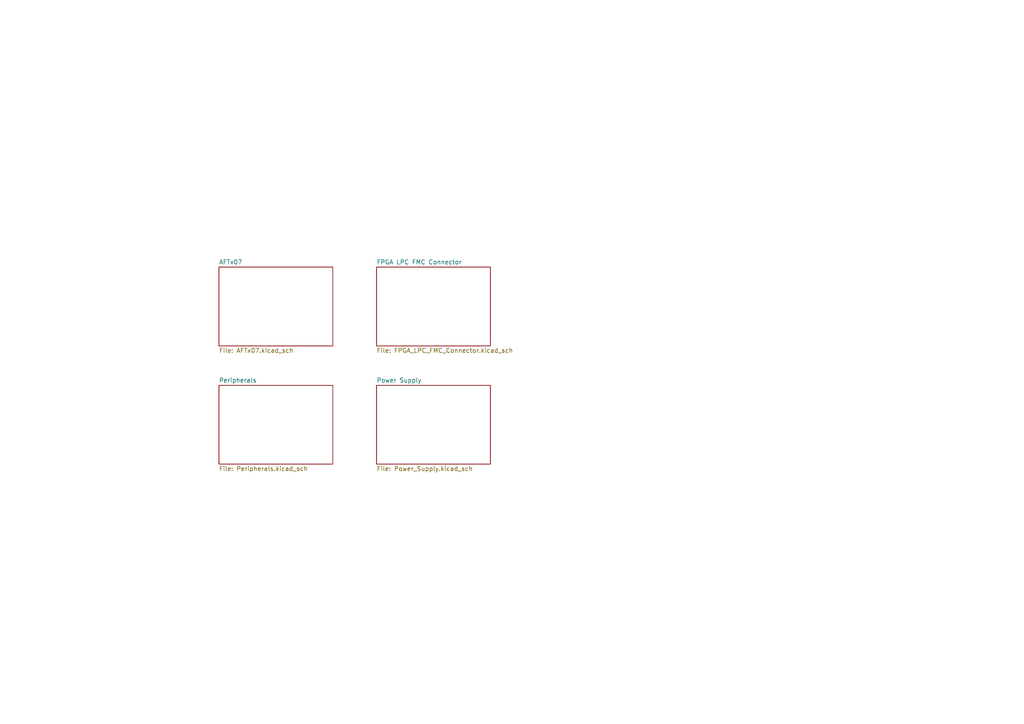
<source format=kicad_sch>
(kicad_sch
	(version 20231120)
	(generator "eeschema")
	(generator_version "8.0")
	(uuid "53f9781a-0055-468c-aab3-eda13e0cd737")
	(paper "A4")
	(lib_symbols)
	(sheet
		(at 109.22 77.47)
		(size 33.02 22.86)
		(fields_autoplaced yes)
		(stroke
			(width 0.1524)
			(type solid)
		)
		(fill
			(color 0 0 0 0.0000)
		)
		(uuid "7e50be4c-2259-4785-9cce-095391e4e8b5")
		(property "Sheetname" "FPGA LPC FMC Connector"
			(at 109.22 76.7584 0)
			(effects
				(font
					(size 1.27 1.27)
				)
				(justify left bottom)
			)
		)
		(property "Sheetfile" "FPGA_LPC_FMC_Connector.kicad_sch"
			(at 109.22 100.9146 0)
			(effects
				(font
					(size 1.27 1.27)
				)
				(justify left top)
			)
		)
		(instances
			(project "External SRAM Project"
				(path "/98aa7393-91e4-45c0-97a7-dfc1105523b1/351dc0ff-0a19-4393-b634-c5528029a584"
					(page "4")
				)
			)
		)
	)
	(sheet
		(at 63.5 111.76)
		(size 33.02 22.86)
		(fields_autoplaced yes)
		(stroke
			(width 0.1524)
			(type solid)
		)
		(fill
			(color 0 0 0 0.0000)
		)
		(uuid "b5a707e5-af1f-40bb-852f-884af4d5e7de")
		(property "Sheetname" "Peripherals"
			(at 63.5 111.0484 0)
			(effects
				(font
					(size 1.27 1.27)
				)
				(justify left bottom)
			)
		)
		(property "Sheetfile" "Peripherals.kicad_sch"
			(at 63.5 135.2046 0)
			(effects
				(font
					(size 1.27 1.27)
				)
				(justify left top)
			)
		)
		(instances
			(project "External SRAM Project"
				(path "/98aa7393-91e4-45c0-97a7-dfc1105523b1/351dc0ff-0a19-4393-b634-c5528029a584"
					(page "6")
				)
			)
		)
	)
	(sheet
		(at 109.22 111.76)
		(size 33.02 22.86)
		(fields_autoplaced yes)
		(stroke
			(width 0.1524)
			(type solid)
		)
		(fill
			(color 0 0 0 0.0000)
		)
		(uuid "c433db01-d6b3-4522-af8e-88de46075d30")
		(property "Sheetname" "Power Supply"
			(at 109.22 111.0484 0)
			(effects
				(font
					(size 1.27 1.27)
				)
				(justify left bottom)
			)
		)
		(property "Sheetfile" "Power_Supply.kicad_sch"
			(at 109.22 135.2046 0)
			(effects
				(font
					(size 1.27 1.27)
				)
				(justify left top)
			)
		)
		(instances
			(project "External SRAM Project"
				(path "/98aa7393-91e4-45c0-97a7-dfc1105523b1/351dc0ff-0a19-4393-b634-c5528029a584"
					(page "5")
				)
			)
		)
	)
	(sheet
		(at 63.5 77.47)
		(size 33.02 22.86)
		(fields_autoplaced yes)
		(stroke
			(width 0.1524)
			(type solid)
		)
		(fill
			(color 0 0 0 0.0000)
		)
		(uuid "ec3458cf-6cf8-4a6f-afff-f3f43a3113d3")
		(property "Sheetname" "AFTx07"
			(at 63.5 76.7584 0)
			(effects
				(font
					(size 1.27 1.27)
				)
				(justify left bottom)
			)
		)
		(property "Sheetfile" "AFTx07.kicad_sch"
			(at 63.5 100.9146 0)
			(effects
				(font
					(size 1.27 1.27)
				)
				(justify left top)
			)
		)
		(instances
			(project "External SRAM Project"
				(path "/98aa7393-91e4-45c0-97a7-dfc1105523b1/351dc0ff-0a19-4393-b634-c5528029a584"
					(page "3")
				)
			)
		)
	)
)

</source>
